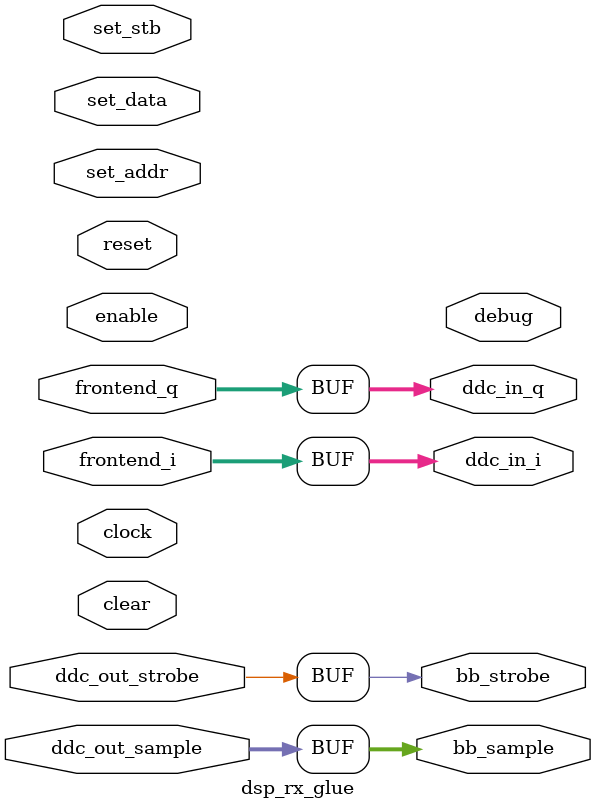
<source format=v>


module dsp_rx_glue
#(
    //the dsp unit number: 0, 1, 2...
    parameter DSPNO = 0,

    //frontend bus width
    parameter WIDTH = 24
)
(
    //control signals
    input clock, input reset, input clear, input enable,

    //user settings bus, controlled through user setting regs API
    input set_stb, input [7:0] set_addr, input [31:0] set_data,

    //full rate inputs directly from the RX frontend
    input [WIDTH-1:0] frontend_i,
    input [WIDTH-1:0] frontend_q,

    //full rate outputs directly to the DDC chain
    output [WIDTH-1:0] ddc_in_i,
    output [WIDTH-1:0] ddc_in_q,

    //strobed samples {I16,Q16} from the RX DDC chain
    input [31:0] ddc_out_sample,
    input ddc_out_strobe, //high on valid sample

    //strobbed baseband samples {I16,Q16} from this module
    output [31:0] bb_sample,
    output bb_strobe, //high on valid sample

    //debug output (optional)
    output [31:0] debug
);

    generate
        if (DSPNO==0) begin
            `ifndef RX_DSP0_MODULE
            assign ddc_in_i = frontend_i;
            assign ddc_in_q = frontend_q;
            assign bb_sample = ddc_out_sample;
            assign bb_strobe = ddc_out_strobe;
            `else
            RX_DSP0_MODULE rx_dsp0_custom
            (
                .clock(clock), .reset(reset), .clear(clear), .enable(enable),
                .set_stb(set_stb), .set_addr(set_addr), .set_data(set_data),
                .frontend_i(frontend_i), .frontend_q(frontend_q),
                .ddc_in_i(ddc_in_i), .ddc_in_q(ddc_in_q),
                .ddc_out_sample(ddc_out_sample), .ddc_out_strobe(ddc_out_strobe),
                .bb_sample(bb_sample), .bb_strobe(bb_strobe)
            );
            `endif
        end
        else begin
            `ifndef RX_DSP1_MODULE
            assign ddc_in_i = frontend_i;
            assign ddc_in_q = frontend_q;
            assign bb_sample = ddc_out_sample;
            assign bb_strobe = ddc_out_strobe;
            `else
            RX_DSP1_MODULE rx_dsp1_custom
            (
                .clock(clock), .reset(reset), .clear(clear), .enable(enable),
                .set_stb(set_stb), .set_addr(set_addr), .set_data(set_data),
                .frontend_i(frontend_i), .frontend_q(frontend_q),
                .ddc_in_i(ddc_in_i), .ddc_in_q(ddc_in_q),
                .ddc_out_sample(ddc_out_sample), .ddc_out_strobe(ddc_out_strobe),
                .bb_sample(bb_sample), .bb_strobe(bb_strobe)
            );
            `endif
        end
    endgenerate

endmodule //dsp_rx_glue

</source>
